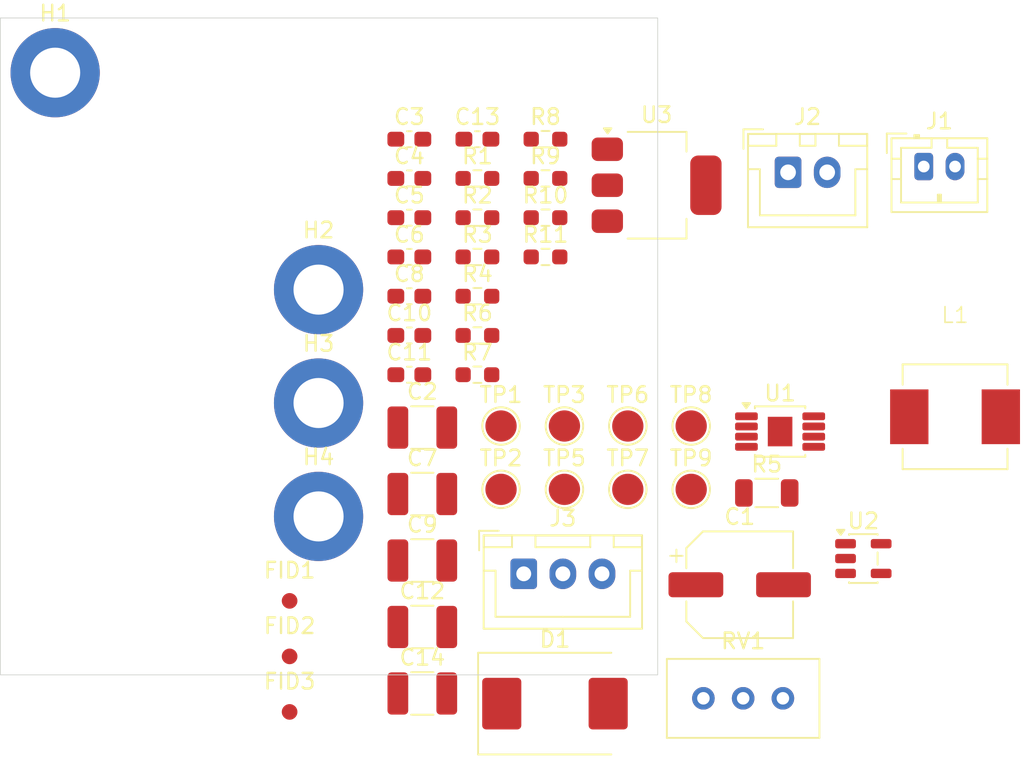
<source format=kicad_pcb>
(kicad_pcb (version 20241229) (generator "pcbnew") (generator_version "9.0")
  (layers (0 "F.Cu" signal) (2 "B.Cu" signal) (13 "F.Paste" user) (15 "B.Paste" user) (5 "F.SilkS" user "F.Silkscreen") (7 "B.SilkS" user "B.Silkscreen") (1 "F.Mask" user) (3 "B.Mask" user) (25 "Edge.Cuts" user))
  (net 0 "")
  (net 1 "+12V")
  (net 2 "GND")
  (net 3 "Net-(U1-VCC)")
  (net 4 "Net-(C5-Pad1)")
  (net 5 "Net-(U1-CSN)")
  (net 6 "Net-(J2-Pin_2)")
  (net 7 "+5.5V")
  (net 8 "Net-(D1-A)")
  (net 9 "Net-(J1-Pin_1)")
  (net 10 "Net-(J1-Pin_2)")
  (net 11 "Net-(L1-Pad2)")
  (net 12 "Net-(R1-Pad1)")
  (net 13 "Net-(U1-DIM)")
  (net 14 "Net-(U3-ADJ)")
  (net 15 "Net-(U1-COMP)")
  (net 16 "Net-(U2-+)")
  (net 17 "Net-(U2--)")
  (footprint "Capacitor_SMD:C_1210_3225Metric_Pad1.33x2.70mm_HandSolder" (layer "F.Cu") (at 144.96 103.94)
    (property "Reference" "C12" (at 0 -2.3 0) (layer "F.SilkS"))
    (property "Value" "22u")
    (fp_line (start -0.711252 -1.36) (end 0.711252 -1.36) (stroke (width 0.12)) (layer "F.SilkS"))
    (fp_line (start -0.711252 1.36) (end 0.711252 1.36) (stroke (width 0.12)) (layer "F.SilkS"))
    (pad "1" smd roundrect (at -1.5625 0) (size 1.325 2.7) (layers "F.Cu" "F.Mask" "F.Paste") (roundrect_rratio 0.188679) (net 1 "+12V"))
    (pad "2" smd roundrect (at 1.5625 0) (size 1.325 2.7) (layers "F.Cu" "F.Mask" "F.Paste") (roundrect_rratio 0.188679) (net 2 "GND"))
  )
  (footprint "TestPoint:TestPoint_Pad_D2.0mm" (layer "F.Cu") (at 149.99 95.14)
    (property "Reference" "TP2" (at 0 -1.998 0) (layer "F.SilkS"))
    (property "Value" "L_IN")
    (fp_circle (center 0 0) (end 0 1.2) (stroke (width 0.12)) (fill no) (layer "F.SilkS"))
    (pad "1" smd circle (at 0 0) (size 2 2) (layers "F.Cu" "F.Mask") (net 1 "+12V"))
  )
  (footprint "Resistor_SMD:R_0603_1608Metric_Pad0.98x0.95mm_HandSolder" (layer "F.Cu") (at 148.48 85.3)
    (property "Reference" "R6" (at 0 -1.43 0) (layer "F.SilkS"))
    (property "Value" "22k")
    (fp_line (start -0.254724 -0.5225) (end 0.254724 -0.5225) (stroke (width 0.12)) (layer "F.SilkS"))
    (fp_line (start -0.254724 0.5225) (end 0.254724 0.5225) (stroke (width 0.12)) (layer "F.SilkS"))
    (pad "1" smd roundrect (at -0.9125 0) (size 0.975 0.95) (layers "F.Cu" "F.Mask" "F.Paste") (net 1 "+12V"))
    (pad "2" smd roundrect (at 0.9125 0) (size 0.975 0.95) (layers "F.Cu" "F.Mask" "F.Paste") (net 6 "Net-(J2-Pin_2)"))
  )
  (footprint "Fiducial:Fiducial_1mm_Mask2mm" (layer "F.Cu") (at 136.48 105.82)
    (property "Reference" "FID2" (at 0 -1.95 0) (layer "F.SilkS"))
    (property "Value" "~")
    (pad "" smd circle (at 0 0) (size 1 1) (layers "F.Cu" "F.Mask") (clearance 0.6))
  )
  (footprint "TestPoint:TestPoint_Pad_D2.0mm" (layer "F.Cu") (at 162.14 95.14)
    (property "Reference" "TP9" (at 0 -1.998 0) (layer "F.SilkS"))
    (property "Value" "PWR")
    (fp_circle (center 0 0) (end 0 1.2) (stroke (width 0.12)) (fill no) (layer "F.SilkS"))
    (pad "1" smd circle (at 0 0) (size 2 2) (layers "F.Cu" "F.Mask") (net 1 "+12V"))
  )
  (footprint "Fiducial:Fiducial_1mm_Mask2mm" (layer "F.Cu") (at 136.48 102.27)
    (property "Reference" "FID1" (at 0 -1.95 0) (layer "F.SilkS"))
    (property "Value" "~")
    (pad "" smd circle (at 0 0) (size 1 1) (layers "F.Cu" "F.Mask") (clearance 0.6))
  )
  (footprint "Capacitor_SMD:C_0603_1608Metric_Pad1.08x0.95mm_HandSolder" (layer "F.Cu") (at 144.13 85.3)
    (property "Reference" "C10" (at 0 -1.43 0) (layer "F.SilkS"))
    (property "Value" "100n")
    (fp_line (start -0.146267 -0.51) (end 0.146267 -0.51) (stroke (width 0.12)) (layer "F.SilkS"))
    (fp_line (start -0.146267 0.51) (end 0.146267 0.51) (stroke (width 0.12)) (layer "F.SilkS"))
    (pad "1" smd roundrect (at -0.8625 0) (size 1.075 0.95) (layers "F.Cu" "F.Mask" "F.Paste") (net 7 "+5.5V"))
    (pad "2" smd roundrect (at 0.8625 0) (size 1.075 0.95) (layers "F.Cu" "F.Mask" "F.Paste") (net 2 "GND"))
  )
  (footprint "TestPoint:TestPoint_Pad_D2.0mm" (layer "F.Cu") (at 154.04 91.09)
    (property "Reference" "TP3" (at 0 -1.998 0) (layer "F.SilkS"))
    (property "Value" "L_OUT")
    (fp_circle (center 0 0) (end 0 1.2) (stroke (width 0.12)) (fill no) (layer "F.SilkS"))
    (pad "1" smd circle (at 0 0) (size 2 2) (layers "F.Cu" "F.Mask") (net 6 "Net-(J2-Pin_2)"))
  )
  (footprint "TestPoint:TestPoint_Pad_D2.0mm" (layer "F.Cu") (at 162.14 91.09)
    (property "Reference" "TP8" (at 0 -1.998 0) (layer "F.SilkS"))
    (property "Value" "GND")
    (fp_circle (center 0 0) (end 0 1.2) (stroke (width 0.12)) (fill no) (layer "F.SilkS"))
    (pad "1" smd circle (at 0 0) (size 2 2) (layers "F.Cu" "F.Mask") (net 2 "GND"))
  )
  (footprint "Connector_JST:JST_PH_B2B-PH-K_1x02_P2.00mm_Vertical" (layer "F.Cu") (at 177 74.5)
    (property "Reference" "J1" (at 1 -2.9 0) (layer "F.SilkS"))
    (property "Value" "PANGOLIN")
    (fp_line (start -2.36 -2.11) (end -2.36 -0.86) (stroke (width 0.12)) (layer "F.SilkS"))
    (fp_line (start -2.06 -1.81) (end -2.06 2.91) (stroke (width 0.12)) (layer "F.SilkS"))
    (fp_line (start -2.06 -0.5) (end -1.45 -0.5) (stroke (width 0.12)) (layer "F.SilkS"))
    (fp_line (start -2.06 0.8) (end -1.45 0.8) (stroke (width 0.12)) (layer "F.SilkS"))
    (fp_line (start -2.06 2.91) (end 4.06 2.91) (stroke (width 0.12)) (layer "F.SilkS"))
    (fp_line (start -1.45 -1.2) (end -1.45 2.3) (stroke (width 0.12)) (layer "F.SilkS"))
    (fp_line (start -1.45 2.3) (end 3.45 2.3) (stroke (width 0.12)) (layer "F.SilkS"))
    (fp_line (start -1.11 -2.11) (end -2.36 -2.11) (stroke (width 0.12)) (layer "F.SilkS"))
    (fp_line (start -0.6 -2.01) (end -0.6 -1.81) (stroke (width 0.12)) (layer "F.SilkS"))
    (fp_line (start -0.3 -2.01) (end -0.6 -2.01) (stroke (width 0.12)) (layer "F.SilkS"))
    (fp_line (start -0.3 -1.91) (end -0.6 -1.91) (stroke (width 0.12)) (layer "F.SilkS"))
    (fp_line (start -0.3 -1.81) (end -0.3 -2.01) (stroke (width 0.12)) (layer "F.SilkS"))
    (fp_line (start 0.5 -1.81) (end 0.5 -1.2) (stroke (width 0.12)) (layer "F.SilkS"))
    (fp_line (start 0.5 -1.2) (end -1.45 -1.2) (stroke (width 0.12)) (layer "F.SilkS"))
    (fp_line (start 0.9 1.8) (end 1.1 1.8) (stroke (width 0.12)) (layer "F.SilkS"))
    (fp_line (start 0.9 2.3) (end 0.9 1.8) (stroke (width 0.12)) (layer "F.SilkS"))
    (fp_line (start 1 2.3) (end 1 1.8) (stroke (width 0.12)) (layer "F.SilkS"))
    (fp_line (start 1.1 1.8) (end 1.1 2.3) (stroke (width 0.12)) (layer "F.SilkS"))
    (fp_line (start 1.5 -1.2) (end 1.5 -1.81) (stroke (width 0.12)) (layer "F.SilkS"))
    (fp_line (start 3.45 -1.2) (end 1.5 -1.2) (stroke (width 0.12)) (layer "F.SilkS"))
    (fp_line (start 3.45 2.3) (end 3.45 -1.2) (stroke (width 0.12)) (layer "F.SilkS"))
    (fp_line (start 4.06 -1.81) (end -2.06 -1.81) (stroke (width 0.12)) (layer "F.SilkS"))
    (fp_line (start 4.06 -0.5) (end 3.45 -0.5) (stroke (width 0.12)) (layer "F.SilkS"))
    (fp_line (start 4.06 0.8) (end 3.45 0.8) (stroke (width 0.12)) (layer "F.SilkS"))
    (fp_line (start 4.06 2.91) (end 4.06 -1.81) (stroke (width 0.12)) (layer "F.SilkS"))
    (pad "1" thru_hole roundrect (at 0 0) (size 1.2 1.75) (drill 0.75) (layers "*.Cu" "*.Mask") (roundrect_rratio 0.208333) (net 9 "Net-(J1-Pin_1)"))
    (pad "2" thru_hole oval (at 2 0) (size 1.2 1.75) (drill 0.75) (layers "*.Cu" "*.Mask") (net 10 "Net-(J1-Pin_2)"))
  )
  (footprint "Capacitor_SMD:C_1210_3225Metric_Pad1.33x2.70mm_HandSolder" (layer "F.Cu") (at 144.96 95.44)
    (property "Reference" "C7" (at 0 -2.3 0) (layer "F.SilkS"))
    (property "Value" "22u")
    (fp_line (start -0.711252 -1.36) (end 0.711252 -1.36) (stroke (width 0.12)) (layer "F.SilkS"))
    (fp_line (start -0.711252 1.36) (end 0.711252 1.36) (stroke (width 0.12)) (layer "F.SilkS"))
    (pad "1" smd roundrect (at -1.5625 0) (size 1.325 2.7) (layers "F.Cu" "F.Mask" "F.Paste") (roundrect_rratio 0.188679) (net 1 "+12V"))
    (pad "2" smd roundrect (at 1.5625 0) (size 1.325 2.7) (layers "F.Cu" "F.Mask" "F.Paste") (roundrect_rratio 0.188679) (net 6 "Net-(J2-Pin_2)"))
  )
  (footprint "Capacitor_SMD:C_1210_3225Metric_Pad1.33x2.70mm_HandSolder" (layer "F.Cu") (at 144.96 108.19)
    (property "Reference" "C14" (at 0 -2.3 0) (layer "F.SilkS"))
    (property "Value" "22u")
    (fp_line (start -0.711252 -1.36) (end 0.711252 -1.36) (stroke (width 0.12)) (layer "F.SilkS"))
    (fp_line (start -0.711252 1.36) (end 0.711252 1.36) (stroke (width 0.12)) (layer "F.SilkS"))
    (pad "1" smd roundrect (at -1.5625 0) (size 1.325 2.7) (layers "F.Cu" "F.Mask" "F.Paste") (roundrect_rratio 0.188679) (net 7 "+5.5V"))
    (pad "2" smd roundrect (at 1.5625 0) (size 1.325 2.7) (layers "F.Cu" "F.Mask" "F.Paste") (roundrect_rratio 0.188679) (net 2 "GND"))
  )
  (footprint "Capacitor_SMD:C_0603_1608Metric_Pad1.08x0.95mm_HandSolder" (layer "F.Cu") (at 144.13 77.77)
    (property "Reference" "C5" (at 0 -1.43 0) (layer "F.SilkS"))
    (property "Value" "1n")
    (fp_line (start -0.146267 -0.51) (end 0.146267 -0.51) (stroke (width 0.12)) (layer "F.SilkS"))
    (fp_line (start -0.146267 0.51) (end 0.146267 0.51) (stroke (width 0.12)) (layer "F.SilkS"))
    (pad "1" smd roundrect (at -0.8625 0) (size 1.075 0.95) (layers "F.Cu" "F.Mask" "F.Paste") (net 4 "Net-(C5-Pad1)"))
    (pad "2" smd roundrect (at 0.8625 0) (size 1.075 0.95) (layers "F.Cu" "F.Mask" "F.Paste") (net 2 "GND"))
  )
  (footprint "Resistor_SMD:R_0603_1608Metric_Pad0.98x0.95mm_HandSolder" (layer "F.Cu") (at 148.48 77.77)
    (property "Reference" "R2" (at 0 -1.43 0) (layer "F.SilkS"))
    (property "Value" "100")
    (fp_line (start -0.254724 -0.5225) (end 0.254724 -0.5225) (stroke (width 0.12)) (layer "F.SilkS"))
    (fp_line (start -0.254724 0.5225) (end 0.254724 0.5225) (stroke (width 0.12)) (layer "F.SilkS"))
    (pad "1" smd roundrect (at -0.9125 0) (size 0.975 0.95) (layers "F.Cu" "F.Mask" "F.Paste") (net 14 "Net-(U3-ADJ)"))
    (pad "2" smd roundrect (at 0.9125 0) (size 0.975 0.95) (layers "F.Cu" "F.Mask" "F.Paste") (net 7 "+5.5V"))
  )
  (footprint "Resistor_SMD:R_0603_1608Metric_Pad0.98x0.95mm_HandSolder" (layer "F.Cu") (at 152.83 77.77)
    (property "Reference" "R10" (at 0 -1.43 0) (layer "F.SilkS"))
    (property "Value" "10k")
    (fp_line (start -0.254724 -0.5225) (end 0.254724 -0.5225) (stroke (width 0.12)) (layer "F.SilkS"))
    (fp_line (start -0.254724 0.5225) (end 0.254724 0.5225) (stroke (width 0.12)) (layer "F.SilkS"))
    (pad "1" smd roundrect (at -0.9125 0) (size 0.975 0.95) (layers "F.Cu" "F.Mask" "F.Paste") (net 17 "Net-(U2--)"))
    (pad "2" smd roundrect (at 0.9125 0) (size 0.975 0.95) (layers "F.Cu" "F.Mask" "F.Paste") (net 12 "Net-(R1-Pad1)"))
  )
  (footprint "Package_TO_SOT_SMD:SOT-223-3_TabPin2" (layer "F.Cu") (at 159.93 75.695)
    (property "Reference" "U3" (at 0 -4.5 0) (layer "F.SilkS"))
    (property "Value" "AMS1117")
    (fp_line (start -1.85 -3.41) (end 1.91 -3.41) (stroke (width 0.12)) (layer "F.SilkS"))
    (fp_line (start -1.85 3.41) (end 1.91 3.41) (stroke (width 0.12)) (layer "F.SilkS"))
    (fp_line (start 1.91 -3.41) (end 1.91 -2.15) (stroke (width 0.12)) (layer "F.SilkS"))
    (fp_line (start 1.91 3.41) (end 1.91 2.15) (stroke (width 0.12)) (layer "F.SilkS"))
    (fp_poly (pts (xy -3.13 -3.31) (xy -3.37 -3.64) (xy -2.89 -3.64) (xy -3.13 -3.31)) (stroke (width 0.12)) (fill yes) (layer "F.SilkS"))
    (pad "1" smd roundrect (at -3.15 -2.3) (size 2 1.5) (layers "F.Cu" "F.Mask" "F.Paste") (net 14 "Net-(U3-ADJ)"))
    (pad "2" smd roundrect (at -3.15 0) (size 2 1.5) (layers "F.Cu" "F.Mask" "F.Paste") (net 7 "+5.5V"))
    (pad "2" smd roundrect (at 3.15 0) (size 2 3.8) (layers "F.Cu" "F.Mask" "F.Paste") (net 7 "+5.5V"))
    (pad "3" smd roundrect (at -3.15 2.3) (size 2 1.5) (layers "F.Cu" "F.Mask" "F.Paste") (net 1 "+12V"))
  )
  (footprint "MountingHole:MountingHole_3.2mm_M3_ISO7380_Pad" (layer "F.Cu") (at 138.33 96.87)
    (property "Reference" "H4" (at 0 -3.8 0) (layer "F.SilkS"))
    (property "Value" "M3")
    (pad "1" thru_hole circle (at 0 0) (size 5.7 5.7) (drill 3.2) (layers "*.Cu" "*.Mask"))
  )
  (footprint "Package_TO_SOT_SMD:SOT-23-5" (layer "F.Cu") (at 173.14 99.565)
    (property "Reference" "U2" (at 0 -2.4 0) (layer "F.SilkS"))
    (property "Value" "MCP6001-OT")
    (fp_line (start -0.91 -1.56) (end 0.91 -1.56) (stroke (width 0.12)) (layer "F.SilkS"))
    (fp_line (start -0.91 -1.51) (end -0.91 -1.56) (stroke (width 0.12)) (layer "F.SilkS"))
    (fp_line (start -0.91 1.56) (end -0.91 1.51) (stroke (width 0.12)) (layer "F.SilkS"))
    (fp_line (start 0.91 -1.56) (end 0.91 -1.51) (stroke (width 0.12)) (layer "F.SilkS"))
    (fp_line (start 0.91 -0.39) (end 0.91 0.39) (stroke (width 0.12)) (layer "F.SilkS"))
    (fp_line (start 0.91 1.51) (end 0.91 1.56) (stroke (width 0.12)) (layer "F.SilkS"))
    (fp_line (start 0.91 1.56) (end -0.91 1.56) (stroke (width 0.12)) (layer "F.SilkS"))
    (fp_poly (pts (xy -1.45 -1.51) (xy -1.69 -1.84) (xy -1.21 -1.84)) (stroke (width 0.12)) (fill yes) (layer "F.SilkS"))
    (pad "1" smd roundrect (at -1.1375 -0.95) (size 1.325 0.6) (layers "F.Cu" "F.Mask" "F.Paste") (net 12 "Net-(R1-Pad1)"))
    (pad "2" smd roundrect (at -1.1375 0) (size 1.325 0.6) (layers "F.Cu" "F.Mask" "F.Paste") (net 2 "GND"))
    (pad "3" smd roundrect (at -1.1375 0.95) (size 1.325 0.6) (layers "F.Cu" "F.Mask" "F.Paste") (net 16 "Net-(U2-+)"))
    (pad "4" smd roundrect (at 1.1375 0.95) (size 1.325 0.6) (layers "F.Cu" "F.Mask" "F.Paste") (net 17 "Net-(U2--)"))
    (pad "5" smd roundrect (at 1.1375 -0.95) (size 1.325 0.6) (layers "F.Cu" "F.Mask" "F.Paste") (net 7 "+5.5V"))
  )
  (footprint "Connector_JST:JST_XH_B2B-XH-A_1x02_P2.50mm_Vertical" (layer "F.Cu") (at 168.33 74.87)
    (property "Reference" "J2" (at 1.25 -3.55 0) (layer "F.SilkS"))
    (property "Value" "LASER")
    (fp_line (start -2.85 -2.75) (end -2.85 -1.5) (stroke (width 0.12)) (layer "F.SilkS"))
    (fp_line (start -2.56 -2.46) (end -2.56 3.51) (stroke (width 0.12)) (layer "F.SilkS"))
    (fp_line (start -2.56 3.51) (end 5.06 3.51) (stroke (width 0.12)) (layer "F.SilkS"))
    (fp_line (start -2.55 -2.45) (end -2.55 -1.7) (stroke (width 0.12)) (layer "F.SilkS"))
    (fp_line (start -2.55 -1.7) (end -0.75 -1.7) (stroke (width 0.12)) (layer "F.SilkS"))
    (fp_line (start -2.55 -0.2) (end -1.8 -0.2) (stroke (width 0.12)) (layer "F.SilkS"))
    (fp_line (start -1.8 -0.2) (end -1.8 2.75) (stroke (width 0.12)) (layer "F.SilkS"))
    (fp_line (start -1.8 2.75) (end 1.25 2.75) (stroke (width 0.12)) (layer "F.SilkS"))
    (fp_line (start -1.6 -2.75) (end -2.85 -2.75) (stroke (width 0.12)) (layer "F.SilkS"))
    (fp_line (start -0.75 -2.45) (end -2.55 -2.45) (stroke (width 0.12)) (layer "F.SilkS"))
    (fp_line (start -0.75 -1.7) (end -0.75 -2.45) (stroke (width 0.12)) (layer "F.SilkS"))
    (fp_line (start 0.75 -2.45) (end 0.75 -1.7) (stroke (width 0.12)) (layer "F.SilkS"))
    (fp_line (start 0.75 -1.7) (end 1.75 -1.7) (stroke (width 0.12)) (layer "F.SilkS"))
    (fp_line (start 1.75 -2.45) (end 0.75 -2.45) (stroke (width 0.12)) (layer "F.SilkS"))
    (fp_line (start 1.75 -1.7) (end 1.75 -2.45) (stroke (width 0.12)) (layer "F.SilkS"))
    (fp_line (start 3.25 -2.45) (end 3.25 -1.7) (stroke (width 0.12)) (layer "F.SilkS"))
    (fp_line (start 3.25 -1.7) (end 5.05 -1.7) (stroke (width 0.12)) (layer "F.SilkS"))
    (fp_line (start 4.3 -0.2) (end 4.3 2.75) (stroke (width 0.12)) (layer "F.SilkS"))
    (fp_line (start 4.3 2.75) (end 1.25 2.75) (stroke (width 0.12)) (layer "F.SilkS"))
    (fp_line (start 5.05 -2.45) (end 3.25 -2.45) (stroke (width 0.12)) (layer "F.SilkS"))
    (fp_line (start 5.05 -1.7) (end 5.05 -2.45) (stroke (width 0.12)) (layer "F.SilkS"))
    (fp_line (start 5.05 -0.2) (end 4.3 -0.2) (stroke (width 0.12)) (layer "F.SilkS"))
    (fp_line (start 5.06 -2.46) (end -2.56 -2.46) (stroke (width 0.12)) (layer "F.SilkS"))
    (fp_line (start 5.06 3.51) (end 5.06 -2.46) (stroke (width 0.12)) (layer "F.SilkS"))
    (pad "1" thru_hole roundrect (at 0 0) (size 1.7 2) (drill 1) (layers "*.Cu" "*.Mask") (roundrect_rratio 0.147059) (net 1 "+12V"))
    (pad "2" thru_hole oval (at 2.5 0) (size 1.7 2) (drill 1) (layers "*.Cu" "*.Mask") (net 6 "Net-(J2-Pin_2)"))
  )
  (footprint "Resistor_SMD:R_0603_1608Metric_Pad0.98x0.95mm_HandSolder" (layer "F.Cu") (at 148.48 82.79)
    (property "Reference" "R4" (at 0 -1.43 0) (layer "F.SilkS"))
    (property "Value" "100")
    (fp_line (start -0.254724 -0.5225) (end 0.254724 -0.5225) (stroke (width 0.12)) (layer "F.SilkS"))
    (fp_line (start -0.254724 0.5225) (end 0.254724 0.5225) (stroke (width 0.12)) (layer "F.SilkS"))
    (pad "1" smd roundrect (at -0.9125 0) (size 0.975 0.95) (layers "F.Cu" "F.Mask" "F.Paste") (net 5 "Net-(U1-CSN)"))
    (pad "2" smd roundrect (at 0.9125 0) (size 0.975 0.95) (layers "F.Cu" "F.Mask" "F.Paste") (net 11 "Net-(L1-Pad2)"))
  )
  (footprint "Capacitor_SMD:C_1210_3225Metric_Pad1.33x2.70mm_HandSolder" (layer "F.Cu") (at 144.96 99.69)
    (property "Reference" "C9" (at 0 -2.3 0) (layer "F.SilkS"))
    (property "Value" "22u")
    (fp_line (start -0.711252 -1.36) (end 0.711252 -1.36) (stroke (width 0.12)) (layer "F.SilkS"))
    (fp_line (start -0.711252 1.36) (end 0.711252 1.36) (stroke (width 0.12)) (layer "F.SilkS"))
    (pad "1" smd roundrect (at -1.5625 0) (size 1.325 2.7) (layers "F.Cu" "F.Mask" "F.Paste") (roundrect_rratio 0.188679) (net 1 "+12V"))
    (pad "2" smd roundrect (at 1.5625 0) (size 1.325 2.7) (layers "F.Cu" "F.Mask" "F.Paste") (roundrect_rratio 0.188679) (net 6 "Net-(J2-Pin_2)"))
  )
  (footprint "Capacitor_SMD:C_1210_3225Metric_Pad1.33x2.70mm_HandSolder" (layer "F.Cu") (at 144.96 91.19)
    (property "Reference" "C2" (at 0 -2.3 0) (layer "F.SilkS"))
    (property "Value" "22u")
    (fp_line (start -0.711252 -1.36) (end 0.711252 -1.36) (stroke (width 0.12)) (layer "F.SilkS"))
    (fp_line (start -0.711252 1.36) (end 0.711252 1.36) (stroke (width 0.12)) (layer "F.SilkS"))
    (pad "1" smd roundrect (at -1.5625 0) (size 1.325 2.7) (layers "F.Cu" "F.Mask" "F.Paste") (roundrect_rratio 0.188679) (net 1 "+12V"))
    (pad "2" smd roundrect (at 1.5625 0) (size 1.325 2.7) (layers "F.Cu" "F.Mask" "F.Paste") (roundrect_rratio 0.188679) (net 2 "GND"))
  )
  (footprint "Resistor_SMD:R_0603_1608Metric_Pad0.98x0.95mm_HandSolder" (layer "F.Cu") (at 148.48 80.28)
    (property "Reference" "R3" (at 0 -1.43 0) (layer "F.SilkS"))
    (property "Value" "100")
    (fp_line (start -0.254724 -0.5225) (end 0.254724 -0.5225) (stroke (width 0.12)) (layer "F.SilkS"))
    (fp_line (start -0.254724 0.5225) (end 0.254724 0.5225) (stroke (width 0.12)) (layer "F.SilkS"))
    (pad "1" smd roundrect (at -0.9125 0) (size 0.975 0.95) (layers "F.Cu" "F.Mask" "F.Paste") (net 4 "Net-(C5-Pad1)"))
    (pad "2" smd roundrect (at 0.9125 0) (size 0.975 0.95) (layers "F.Cu" "F.Mask" "F.Paste") (net 15 "Net-(U1-COMP)"))
  )
  (footprint "TestPoint:TestPoint_Pad_D2.0mm" (layer "F.Cu") (at 154.04 95.14)
    (property "Reference" "TP5" (at 0 -1.998 0) (layer "F.SilkS"))
    (property "Value" "CSN_R")
    (fp_circle (center 0 0) (end 0 1.2) (stroke (width 0.12)) (fill no) (layer "F.SilkS"))
    (pad "1" smd circle (at 0 0) (size 2 2) (layers "F.Cu" "F.Mask") (net 11 "Net-(L1-Pad2)"))
  )
  (footprint "TestPoint:TestPoint_Pad_D2.0mm" (layer "F.Cu") (at 149.99 91.09)
    (property "Reference" "TP1" (at 0 -1.998 0) (layer "F.SilkS"))
    (property "Value" "V_IN")
    (fp_circle (center 0 0) (end 0 1.2) (stroke (width 0.12)) (fill no) (layer "F.SilkS"))
    (pad "1" smd circle (at 0 0) (size 2 2) (layers "F.Cu" "F.Mask") (net 13 "Net-(U1-DIM)"))
  )
  (footprint "Capacitor_SMD:C_0603_1608Metric_Pad1.08x0.95mm_HandSolder" (layer "F.Cu") (at 148.48 72.75)
    (property "Reference" "C13" (at 0 -1.43 0) (layer "F.SilkS"))
    (property "Value" "100n")
    (fp_line (start -0.146267 -0.51) (end 0.146267 -0.51) (stroke (width 0.12)) (layer "F.SilkS"))
    (fp_line (start -0.146267 0.51) (end 0.146267 0.51) (stroke (width 0.12)) (layer "F.SilkS"))
    (pad "1" smd roundrect (at -0.8625 0) (size 1.075 0.95) (layers "F.Cu" "F.Mask" "F.Paste") (net 7 "+5.5V"))
    (pad "2" smd roundrect (at 0.8625 0) (size 1.075 0.95) (layers "F.Cu" "F.Mask" "F.Paste") (net 2 "GND"))
  )
  (footprint "Potentiometer_THT:Potentiometer_Bourns_3296W_Vertical" (layer "F.Cu") (at 168 108.5)
    (property "Reference" "RV1" (at -2.54 -3.66 0) (layer "F.SilkS"))
    (property "Value" "20k")
    (fp_line (start -7.415 -2.52) (end 2.335 -2.52) (stroke (width 0.12)) (layer "F.SilkS"))
    (fp_line (start -7.415 2.53) (end -7.415 -2.52) (stroke (width 0.12)) (layer "F.SilkS"))
    (fp_line (start 2.335 -2.52) (end 2.335 2.53) (stroke (width 0.12)) (layer "F.SilkS"))
    (fp_line (start 2.335 2.53) (end -7.415 2.53) (stroke (width 0.12)) (layer "F.SilkS"))
    (pad "1" thru_hole circle (at 0 0) (size 1.44 1.44) (drill 0.8) (layers "*.Cu" "*.Mask") (net 13 "Net-(U1-DIM)"))
    (pad "2" thru_hole circle (at -2.54 0) (size 1.44 1.44) (drill 0.8) (layers "*.Cu" "*.Mask") (net 2 "GND"))
    (pad "3" thru_hole circle (at -5.08 0) (size 1.44 1.44) (drill 0.8) (layers "*.Cu" "*.Mask") (net 2 "GND"))
  )
  (footprint "Diode_SMD:D_SMC" (layer "F.Cu") (at 153.435 108.84)
    (property "Reference" "D1" (at 0 -4.1 0) (layer "F.SilkS"))
    (property "Value" "SS34")
    (fp_line (start -4.91 -3.25) (end 3.6 -3.25) (stroke (width 0.12)) (layer "F.SilkS"))
    (fp_line (start -4.91 3.25) (end -4.91 -3.25) (stroke (width 0.12)) (layer "F.SilkS"))
    (fp_line (start -4.91 3.25) (end 3.6 3.25) (stroke (width 0.12)) (layer "F.SilkS"))
    (pad "1" smd roundrect (at -3.4 0 90) (size 3.3 2.5) (layers "F.Cu" "F.Mask" "F.Paste") (roundrect_rratio 0.1) (net 1 "+12V"))
    (pad "2" smd roundrect (at 3.4 0 90) (size 3.3 2.5) (layers "F.Cu" "F.Mask" "F.Paste") (roundrect_rratio 0.1) (net 8 "Net-(D1-A)"))
  )
  (footprint "Resistor_SMD:R_0603_1608Metric_Pad0.98x0.95mm_HandSolder" (layer "F.Cu") (at 148.48 75.26)
    (property "Reference" "R1" (at 0 -1.43 0) (layer "F.SilkS"))
    (property "Value" "22k")
    (fp_line (start -0.254724 -0.5225) (end 0.254724 -0.5225) (stroke (width 0.12)) (layer "F.SilkS"))
    (fp_line (start -0.254724 0.5225) (end 0.254724 0.5225) (stroke (width 0.12)) (layer "F.SilkS"))
    (pad "1" smd roundrect (at -0.9125 0) (size 0.975 0.95) (layers "F.Cu" "F.Mask" "F.Paste") (net 12 "Net-(R1-Pad1)"))
    (pad "2" smd roundrect (at 0.9125 0) (size 0.975 0.95) (layers "F.Cu" "F.Mask" "F.Paste") (net 13 "Net-(U1-DIM)"))
  )
  (footprint "Package_SO:HVSSOP-8-1EP_3x3mm_P0.65mm_EP1.57x1.89mm" (layer "F.Cu") (at 167.82 91.445)
    (property "Reference" "U1" (at 0 -2.45 0) (layer "F.SilkS"))
    (property "Value" "TPS922051")
    (fp_line (start -1.61 -1.61) (end 1.61 -1.61) (stroke (width 0.12)) (layer "F.SilkS"))
    (fp_line (start -1.61 -1.485) (end -1.61 -1.61) (stroke (width 0.12)) (layer "F.SilkS"))
    (fp_line (start -1.61 1.61) (end -1.61 1.485) (stroke (width 0.12)) (layer "F.SilkS"))
    (fp_line (start 1.61 -1.61) (end 1.61 -1.485) (stroke (width 0.12)) (layer "F.SilkS"))
    (fp_line (start 1.61 1.485) (end 1.61 1.61) (stroke (width 0.12)) (layer "F.SilkS"))
    (fp_line (start 1.61 1.61) (end -1.61 1.61) (stroke (width 0.12)) (layer "F.SilkS"))
    (fp_poly (pts (xy -2.16 -1.49) (xy -2.4 -1.82) (xy -1.92 -1.82)) (stroke (width 0.12)) (fill yes) (layer "F.SilkS"))
    (pad "1" smd roundrect (at -2.15 -0.975) (size 1.45 0.5) (layers "F.Cu" "F.Mask" "F.Paste") (net 2 "GND"))
    (pad "2" smd roundrect (at -2.15 -0.325) (size 1.45 0.5) (layers "F.Cu" "F.Mask" "F.Paste") (net 1 "+12V"))
    (pad "3" smd roundrect (at -2.15 0.325) (size 1.45 0.5) (layers "F.Cu" "F.Mask" "F.Paste") (net 13 "Net-(U1-DIM)"))
    (pad "4" smd roundrect (at -2.15 0.975) (size 1.45 0.5) (layers "F.Cu" "F.Mask" "F.Paste") (net 3 "Net-(U1-VCC)"))
    (pad "5" smd roundrect (at 2.15 0.975) (size 1.45 0.5) (layers "F.Cu" "F.Mask" "F.Paste") (net 15 "Net-(U1-COMP)"))
    (pad "6" smd roundrect (at 2.15 0.325) (size 1.45 0.5) (layers "F.Cu" "F.Mask" "F.Paste") (net 6 "Net-(J2-Pin_2)"))
    (pad "7" smd roundrect (at 2.15 -0.325) (size 1.45 0.5) (layers "F.Cu" "F.Mask" "F.Paste") (net 5 "Net-(U1-CSN)"))
    (pad "8" smd roundrect (at 2.15 -0.975) (size 1.45 0.5) (layers "F.Cu" "F.Mask" "F.Paste") (net 8 "Net-(D1-A)"))
    (pad "9" smd rect (at 0 0) (size 1.57 1.89) (property pad_prop_heatsink) (layers "F.Cu" "F.Mask") (net 2 "GND"))
  )
  (footprint "Resistor_SMD:R_0603_1608Metric_Pad0.98x0.95mm_HandSolder" (layer "F.Cu") (at 148.48 87.81)
    (property "Reference" "R7" (at 0 -1.43 0) (layer "F.SilkS"))
    (property "Value" "10k")
    (fp_line (start -0.254724 -0.5225) (end 0.254724 -0.5225) (stroke (width 0.12)) (layer "F.SilkS"))
    (fp_line (start -0.254724 0.5225) (end 0.254724 0.5225) (stroke (width 0.12)) (layer "F.SilkS"))
    (pad "1" smd roundrect (at -0.9125 0) (size 0.975 0.95) (layers "F.Cu" "F.Mask" "F.Paste") (net 16 "Net-(U2-+)"))
    (pad "2" smd roundrect (at 0.9125 0) (size 0.975 0.95) (layers "F.Cu" "F.Mask" "F.Paste") (net 10 "Net-(J1-Pin_2)"))
  )
  (footprint "laser:MGAH0603220M-10" (layer "F.Cu") (at 179 90.5)
    (property "Reference" "L1" (at 0 -6.5 0) (layer "F.SilkS") (effects (font (thickness 0.1))))
    (property "Value" "22u")
    (fp_line (start -3.35 -3.35) (end 3.35 -3.35) (stroke (width 0.12)) (layer "F.SilkS"))
    (fp_line (start -3.35 -2.05) (end -3.35 -3.35) (stroke (width 0.12)) (layer "F.SilkS"))
    (fp_line (start -3.35 3.35) (end -3.35 2.05) (stroke (width 0.12)) (layer "F.SilkS"))
    (fp_line (start 3.35 -3.35) (end 3.35 -2.05) (stroke (width 0.12)) (layer "F.SilkS"))
    (fp_line (start 3.35 2.05) (end 3.35 3.35) (stroke (width 0.12)) (layer "F.SilkS"))
    (fp_line (start 3.35 3.35) (end -3.35 3.35) (stroke (width 0.12)) (layer "F.SilkS"))
    (pad "1" smd rect (at -2.925 0) (size 2.45 3.5) (layers "F.Cu" "F.Mask" "F.Paste") (net 8 "Net-(D1-A)"))
    (pad "2" smd rect (at 2.925 0) (size 2.45 3.5) (layers "F.Cu" "F.Mask" "F.Paste") (net 11 "Net-(L1-Pad2)"))
  )
  (footprint "MountingHole:MountingHole_3.2mm_M3_ISO7380_Pad" (layer "F.Cu") (at 121.5 68.5)
    (property "Reference" "H1" (at 0 -3.8 0) (layer "F.SilkS"))
    (property "Value" "M3")
    (pad "1" thru_hole circle (at 0 0) (size 5.7 5.7) (drill 3.2) (layers "*.Cu" "*.Mask"))
  )
  (footprint "Resistor_SMD:R_0603_1608Metric_Pad0.98x0.95mm_HandSolder" (layer "F.Cu") (at 152.83 75.26)
    (property "Reference" "R9" (at 0 -1.43 0) (layer "F.SilkS"))
    (property "Value" "10k")
    (fp_line (start -0.254724 -0.5225) (end 0.254724 -0.5225) (stroke (width 0.12)) (layer "F.SilkS"))
    (fp_line (start -0.254724 0.5225) (end 0.254724 0.5225) (stroke (width 0.12)) (layer "F.SilkS"))
    (pad "1" smd roundrect (at -0.9125 0) (size 0.975 0.95) (layers "F.Cu" "F.Mask" "F.Paste") (net 17 "Net-(U2--)"))
    (pad "2" smd roundrect (at 0.9125 0) (size 0.975 0.95) (layers "F.Cu" "F.Mask" "F.Paste") (net 9 "Net-(J1-Pin_1)"))
  )
  (footprint "Resistor_SMD:R_1206_3216Metric" (layer "F.Cu") (at 166.97 95.37)
    (property "Reference" "R5" (at 0 -1.83 0) (layer "F.SilkS"))
    (property "Value" "0.11 0.5W")
    (fp_line (start -0.727064 -0.91) (end 0.727064 -0.91) (stroke (width 0.12)) (layer "F.SilkS"))
    (fp_line (start -0.727064 0.91) (end 0.727064 0.91) (stroke (width 0.12)) (layer "F.SilkS"))
    (pad "1" smd roundrect (at -1.4625 0) (size 1.125 1.75) (layers "F.Cu" "F.Mask" "F.Paste") (roundrect_rratio 0.222222) (net 11 "Net-(L1-Pad2)"))
    (pad "2" smd roundrect (at 1.4625 0) (size 1.125 1.75) (layers "F.Cu" "F.Mask" "F.Paste") (roundrect_rratio 0.222222) (net 6 "Net-(J2-Pin_2)"))
  )
  (footprint "Capacitor_SMD:C_0603_1608Metric_Pad1.08x0.95mm_HandSolder" (layer "F.Cu") (at 144.13 72.75)
    (property "Reference" "C3" (at 0 -1.43 0) (layer "F.SilkS"))
    (property "Value" "100n")
    (fp_line (start -0.146267 -0.51) (end 0.146267 -0.51) (stroke (width 0.12)) (layer "F.SilkS"))
    (fp_line (start -0.146267 0.51) (end 0.146267 0.51) (stroke (width 0.12)) (layer "F.SilkS"))
    (pad "1" smd roundrect (at -0.8625 0) (size 1.075 0.95) (layers "F.Cu" "F.Mask" "F.Paste") (net 2 "GND"))
    (pad "2" smd roundrect (at 0.8625 0) (size 1.075 0.95) (layers "F.Cu" "F.Mask" "F.Paste") (net 1 "+12V"))
  )
  (footprint "Fiducial:Fiducial_1mm_Mask2mm" (layer "F.Cu") (at 136.48 109.37)
    (property "Reference" "FID3" (at 0 -1.95 0) (layer "F.SilkS"))
    (property "Value" "~")
    (pad "" smd circle (at 0 0) (size 1 1) (layers "F.Cu" "F.Mask") (clearance 0.6))
  )
  (footprint "MountingHole:MountingHole_3.2mm_M3_ISO7380_Pad" (layer "F.Cu") (at 138.33 89.62)
    (property "Reference" "H3" (at 0 -3.8 0) (layer "F.SilkS"))
    (property "Value" "M3")
    (pad "1" thru_hole circle (at 0 0) (size 5.7 5.7) (drill 3.2) (layers "*.Cu" "*.Mask"))
  )
  (footprint "TestPoint:TestPoint_Pad_D2.0mm" (layer "F.Cu") (at 158.09 95.14)
    (property "Reference" "TP7" (at 0 -1.998 0) (layer "F.SilkS"))
    (property "Value" "CSN")
    (fp_circle (center 0 0) (end 0 1.2) (stroke (width 0.12)) (fill no) (layer "F.SilkS"))
    (pad "1" smd circle (at 0 0) (size 2 2) (layers "F.Cu" "F.Mask") (net 5 "Net-(U1-CSN)"))
  )
  (footprint "Capacitor_SMD:C_0603_1608Metric_Pad1.08x0.95mm_HandSolder" (layer "F.Cu") (at 144.13 80.28)
    (property "Reference" "C6" (at 0 -1.43 0) (layer "F.SilkS"))
    (property "Value" "1n")
    (fp_line (start -0.146267 -0.51) (end 0.146267 -0.51) (stroke (width 0.12)) (layer "F.SilkS"))
    (fp_line (start -0.146267 0.51) (end 0.146267 0.51) (stroke (width 0.12)) (layer "F.SilkS"))
    (pad "1" smd roundrect (at -0.8625 0) (size 1.075 0.95) (layers "F.Cu" "F.Mask" "F.Paste") (net 5 "Net-(U1-CSN)"))
    (pad "2" smd roundrect (at 0.8625 0) (size 1.075 0.95) (layers "F.Cu" "F.Mask" "F.Paste") (net 6 "Net-(J2-Pin_2)"))
  )
  (footprint "MountingHole:MountingHole_3.2mm_M3_ISO7380_Pad" (layer "F.Cu") (at 138.33 82.37)
    (property "Reference" "H2" (at 0 -3.8 0) (layer "F.SilkS"))
    (property "Value" "M3")
    (pad "1" thru_hole circle (at 0 0) (size 5.7 5.7) (drill 3.2) (layers "*.Cu" "*.Mask"))
  )
  (footprint "Capacitor_SMD:CP_Elec_6.3x5.3" (layer "F.Cu") (at 165.24 101.24)
    (property "Reference" "C1" (at 0 -4.35 0) (layer "F.SilkS"))
    (property "Value" "47u")
    (fp_line (start -4.4375 -1.8475) (end -3.65 -1.8475) (stroke (width 0.12)) (layer "F.SilkS"))
    (fp_line (start -4.04375 -2.24125) (end -4.04375 -1.45375) (stroke (width 0.12)) (layer "F.SilkS"))
    (fp_line (start -3.41 -2.345563) (end -3.41 -1.06) (stroke (width 0.12)) (layer "F.SilkS"))
    (fp_line (start -3.41 -2.345563) (end -2.345563 -3.41) (stroke (width 0.12)) (layer "F.SilkS"))
    (fp_line (start -3.41 2.345563) (end -3.41 1.06) (stroke (width 0.12)) (layer "F.SilkS"))
    (fp_line (start -3.41 2.345563) (end -2.345563 3.41) (stroke (width 0.12)) (layer "F.SilkS"))
    (fp_line (start -2.345563 -3.41) (end 3.41 -3.41) (stroke (width 0.12)) (layer "F.SilkS"))
    (fp_line (start -2.345563 3.41) (end 3.41 3.41) (stroke (width 0.12)) (layer "F.SilkS"))
    (fp_line (start 3.41 -3.41) (end 3.41 -1.06) (stroke (width 0.12)) (layer "F.SilkS"))
    (fp_line (start 3.41 3.41) (end 3.41 1.06) (stroke (width 0.12)) (layer "F.SilkS"))
    (pad "1" smd roundrect (at -2.8 0) (size 3.5 1.6) (layers "F.Cu" "F.Mask" "F.Paste") (roundrect_rratio 0.15625) (net 1 "+12V"))
    (pad "2" smd roundrect (at 2.8 0) (size 3.5 1.6) (layers "F.Cu" "F.Mask" "F.Paste") (roundrect_rratio 0.15625) (net 2 "GND"))
  )
  (footprint "Capacitor_SMD:C_0603_1608Metric_Pad1.08x0.95mm_HandSolder" (layer "F.Cu") (at 144.13 87.81)
    (property "Reference" "C11" (at 0 -1.43 0) (layer "F.SilkS"))
    (property "Value" "100n")
    (fp_line (start -0.146267 -0.51) (end 0.146267 -0.51) (stroke (width 0.12)) (layer "F.SilkS"))
    (fp_line (start -0.146267 0.51) (end 0.146267 0.51) (stroke (width 0.12)) (layer "F.SilkS"))
    (pad "1" smd roundrect (at -0.8625 0) (size 1.075 0.95) (layers "F.Cu" "F.Mask" "F.Paste") (net 1 "+12V"))
    (pad "2" smd roundrect (at 0.8625 0) (size 1.075 0.95) (layers "F.Cu" "F.Mask" "F.Paste") (net 2 "GND"))
  )
  (footprint "Connector_JST:JST_XH_B3B-XH-A_1x03_P2.50mm_Vertical" (layer "F.Cu") (at 151.44 100.54)
    (property "Reference" "J3" (at 2.5 -3.55 0) (layer "F.SilkS"))
    (property "Value" "Conn_01x03")
    (fp_line (start -2.85 -2.75) (end -2.85 -1.5) (stroke (width 0.12)) (layer "F.SilkS"))
    (fp_line (start -2.56 -2.46) (end -2.56 3.51) (stroke (width 0.12)) (layer "F.SilkS"))
    (fp_line (start -2.56 3.51) (end 7.56 3.51) (stroke (width 0.12)) (layer "F.SilkS"))
    (fp_line (start -2.55 -2.45) (end -2.55 -1.7) (stroke (width 0.12)) (layer "F.SilkS"))
    (fp_line (start -2.55 -1.7) (end -0.75 -1.7) (stroke (width 0.12)) (layer "F.SilkS"))
    (fp_line (start -2.55 -0.2) (end -1.8 -0.2) (stroke (width 0.12)) (layer "F.SilkS"))
    (fp_line (start -1.8 -0.2) (end -1.8 2.75) (stroke (width 0.12)) (layer "F.SilkS"))
    (fp_line (start -1.8 2.75) (end 2.5 2.75) (stroke (width 0.12)) (layer "F.SilkS"))
    (fp_line (start -1.6 -2.75) (end -2.85 -2.75) (stroke (width 0.12)) (layer "F.SilkS"))
    (fp_line (start -0.75 -2.45) (end -2.55 -2.45) (stroke (width 0.12)) (layer "F.SilkS"))
    (fp_line (start -0.75 -1.7) (end -0.75 -2.45) (stroke (width 0.12)) (layer "F.SilkS"))
    (fp_line (start 0.75 -2.45) (end 0.75 -1.7) (stroke (width 0.12)) (layer "F.SilkS"))
    (fp_line (start 0.75 -1.7) (end 4.25 -1.7) (stroke (width 0.12)) (layer "F.SilkS"))
    (fp_line (start 4.25 -2.45) (end 0.75 -2.45) (stroke (width 0.12)) (layer "F.SilkS"))
    (fp_line (start 4.25 -1.7) (end 4.25 -2.45) (stroke (width 0.12)) (layer "F.SilkS"))
    (fp_line (start 5.75 -2.45) (end 5.75 -1.7) (stroke (width 0.12)) (layer "F.SilkS"))
    (fp_line (start 5.75 -1.7) (end 7.55 -1.7) (stroke (width 0.12)) (layer "F.SilkS"))
    (fp_line (start 6.8 -0.2) (end 6.8 2.75) (stroke (width 0.12)) (layer "F.SilkS"))
    (fp_line (start 6.8 2.75) (end 2.5 2.75) (stroke (width 0.12)) (layer "F.SilkS"))
    (fp_line (start 7.55 -2.45) (end 5.75 -2.45) (stroke (width 0.12)) (layer "F.SilkS"))
    (fp_line (start 7.55 -1.7) (end 7.55 -2.45) (stroke (width 0.12)) (layer "F.SilkS"))
    (fp_line (start 7.55 -0.2) (end 6.8 -0.2) (stroke (width 0.12)) (layer "F.SilkS"))
    (fp_line (start 7.56 -2.46) (end -2.56 -2.46) (stroke (width 0.12)) (layer "F.SilkS"))
    (fp_line (start 7.56 3.51) (end 7.56 -2.46) (stroke (width 0.12)) (layer "F.SilkS"))
    (pad "1" thru_hole roundrect (at 0 0) (size 1.7 1.95) (drill 0.95) (layers "*.Cu" "*.Mask") (roundrect_rratio 0.147059) (net 2 "GND"))
    (pad "2" thru_hole oval (at 2.5 0) (size 1.7 1.95) (drill 0.95) (layers "*.Cu" "*.Mask") (net 2 "GND"))
    (pad "3" thru_hole oval (at 5 0) (size 1.7 1.95) (drill 0.95) (layers "*.Cu" "*.Mask") (net 1 "+12V"))
  )
  (footprint "Capacitor_SMD:C_0603_1608Metric_Pad1.08x0.95mm_HandSolder" (layer "F.Cu") (at 144.13 75.26)
    (property "Reference" "C4" (at 0 -1.43 0) (layer "F.SilkS"))
    (property "Value" "1u")
    (fp_line (start -0.146267 -0.51) (end 0.146267 -0.51) (stroke (width 0.12)) (layer "F.SilkS"))
    (fp_line (start -0.146267 0.51) (end 0.146267 0.51) (stroke (width 0.12)) (layer "F.SilkS"))
    (pad "1" smd roundrect (at -0.8625 0) (size 1.075 0.95) (layers "F.Cu" "F.Mask" "F.Paste") (net 3 "Net-(U1-VCC)"))
    (pad "2" smd roundrect (at 0.8625 0) (size 1.075 0.95) (layers "F.Cu" "F.Mask" "F.Paste") (net 2 "GND"))
  )
  (footprint "Resistor_SMD:R_0603_1608Metric_Pad0.98x0.95mm_HandSolder" (layer "F.Cu") (at 152.83 72.75)
    (property "Reference" "R8" (at 0 -1.43 0) (layer "F.SilkS"))
    (property "Value" "10k")
    (fp_line (start -0.254724 -0.5225) (end 0.254724 -0.5225) (stroke (width 0.12)) (layer "F.SilkS"))
    (fp_line (start -0.254724 0.5225) (end 0.254724 0.5225) (stroke (width 0.12)) (layer "F.SilkS"))
    (pad "1" smd roundrect (at -0.9125 0) (size 0.975 0.95) (layers "F.Cu" "F.Mask" "F.Paste") (net 16 "Net-(U2-+)"))
    (pad "2" smd roundrect (at 0.9125 0) (size 0.975 0.95) (layers "F.Cu" "F.Mask" "F.Paste") (net 2 "GND"))
  )
  (footprint "Capacitor_SMD:C_0603_1608Metric_Pad1.08x0.95mm_HandSolder" (layer "F.Cu") (at 144.13 82.79)
    (property "Reference" "C8" (at 0 -1.43 0) (layer "F.SilkS"))
    (property "Value" "100n")
    (fp_line (start -0.146267 -0.51) (end 0.146267 -0.51) (stroke (width 0.12)) (layer "F.SilkS"))
    (fp_line (start -0.146267 0.51) (end 0.146267 0.51) (stroke (width 0.12)) (layer "F.SilkS"))
    (pad "1" smd roundrect (at -0.8625 0) (size 1.075 0.95) (layers "F.Cu" "F.Mask" "F.Paste") (net 1 "+12V"))
    (pad "2" smd roundrect (at 0.8625 0) (size 1.075 0.95) (layers "F.Cu" "F.Mask" "F.Paste") (net 6 "Net-(J2-Pin_2)"))
  )
  (footprint "Resistor_SMD:R_0603_1608Metric_Pad0.98x0.95mm_HandSolder" (layer "F.Cu") (at 152.83 80.28)
    (property "Reference" "R11" (at 0 -1.43 0) (layer "F.SilkS"))
    (property "Value" "360")
    (fp_line (start -0.254724 -0.5225) (end 0.254724 -0.5225) (stroke (width 0.12)) (layer "F.SilkS"))
    (fp_line (start -0.254724 0.5225) (end 0.254724 0.5225) (stroke (width 0.12)) (layer "F.SilkS"))
    (pad "1" smd roundrect (at -0.9125 0) (size 0.975 0.95) (layers "F.Cu" "F.Mask" "F.Paste") (net 2 "GND"))
    (pad "2" smd roundrect (at 0.9125 0) (size 0.975 0.95) (layers "F.Cu" "F.Mask" "F.Paste") (net 14 "Net-(U3-ADJ)"))
  )
  (footprint "TestPoint:TestPoint_Pad_D2.0mm" (layer "F.Cu") (at 158.09 91.09)
    (property "Reference" "TP6" (at 0 -1.998 0) (layer "F.SilkS"))
    (property "Value" "CSP")
    (fp_circle (center 0 0) (end 0 1.2) (stroke (width 0.12)) (fill no) (layer "F.SilkS"))
    (pad "1" smd circle (at 0 0) (size 2 2) (layers "F.Cu" "F.Mask") (net 6 "Net-(J2-Pin_2)"))
  )
  (gr_rect (start 118 65) (end 160 107) (stroke (width 0.05)) (fill no) (layer "Edge.Cuts"))
)
</source>
